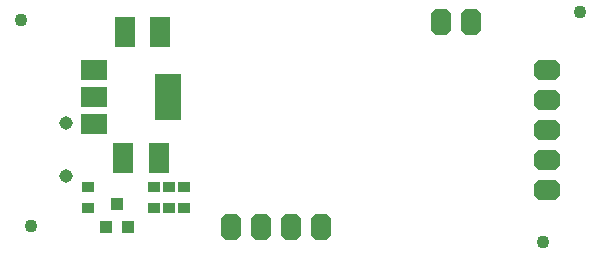
<source format=gbs>
G04*
G04 #@! TF.GenerationSoftware,Altium Limited,Altium Designer,19.0.15 (446)*
G04*
G04 Layer_Color=16711935*
%FSLAX23Y23*%
%MOIN*%
G70*
G01*
G75*
%ADD33R,0.043X0.036*%
G04:AMPARAMS|DCode=40|XSize=88mil|YSize=68mil|CornerRadius=0mil|HoleSize=0mil|Usage=FLASHONLY|Rotation=270.000|XOffset=0mil|YOffset=0mil|HoleType=Round|Shape=Octagon|*
%AMOCTAGOND40*
4,1,8,-0.017,-0.044,0.017,-0.044,0.034,-0.027,0.034,0.027,0.017,0.044,-0.017,0.044,-0.034,0.027,-0.034,-0.027,-0.017,-0.044,0.0*
%
%ADD40OCTAGOND40*%

G04:AMPARAMS|DCode=41|XSize=88mil|YSize=68mil|CornerRadius=0mil|HoleSize=0mil|Usage=FLASHONLY|Rotation=180.000|XOffset=0mil|YOffset=0mil|HoleType=Round|Shape=Octagon|*
%AMOCTAGOND41*
4,1,8,-0.044,0.017,-0.044,-0.017,-0.027,-0.034,0.027,-0.034,0.044,-0.017,0.044,0.017,0.027,0.034,-0.027,0.034,-0.044,0.017,0.0*
%
%ADD41OCTAGOND41*%

%ADD42C,0.045*%
%ADD43C,0.043*%
%ADD58R,0.039X0.043*%
%ADD59R,0.071X0.102*%
%ADD60R,0.087X0.067*%
%ADD61R,0.087X0.158*%
D33*
X3155Y3365D02*
D03*
Y3435D02*
D03*
X3055Y3365D02*
D03*
Y3435D02*
D03*
X3105Y3365D02*
D03*
Y3435D02*
D03*
X2835Y3436D02*
D03*
Y3365D02*
D03*
D40*
X3310Y3300D02*
D03*
X3410D02*
D03*
X3510D02*
D03*
X3610D02*
D03*
X4110Y3985D02*
D03*
X4010D02*
D03*
D41*
X4365Y3826D02*
D03*
Y3726D02*
D03*
Y3626D02*
D03*
Y3526D02*
D03*
Y3426D02*
D03*
D42*
X2760Y3473D02*
D03*
Y3647D02*
D03*
D43*
X4475Y4018D02*
D03*
X2610Y3993D02*
D03*
X4350Y3250D02*
D03*
X2645Y3305D02*
D03*
D58*
X2893Y3301D02*
D03*
X2967D02*
D03*
X2930Y3379D02*
D03*
D59*
X3070Y3530D02*
D03*
X2952D02*
D03*
X2957Y3950D02*
D03*
X3075D02*
D03*
D60*
X2853Y3646D02*
D03*
Y3736D02*
D03*
Y3826D02*
D03*
D61*
X3101Y3735D02*
D03*
M02*

</source>
